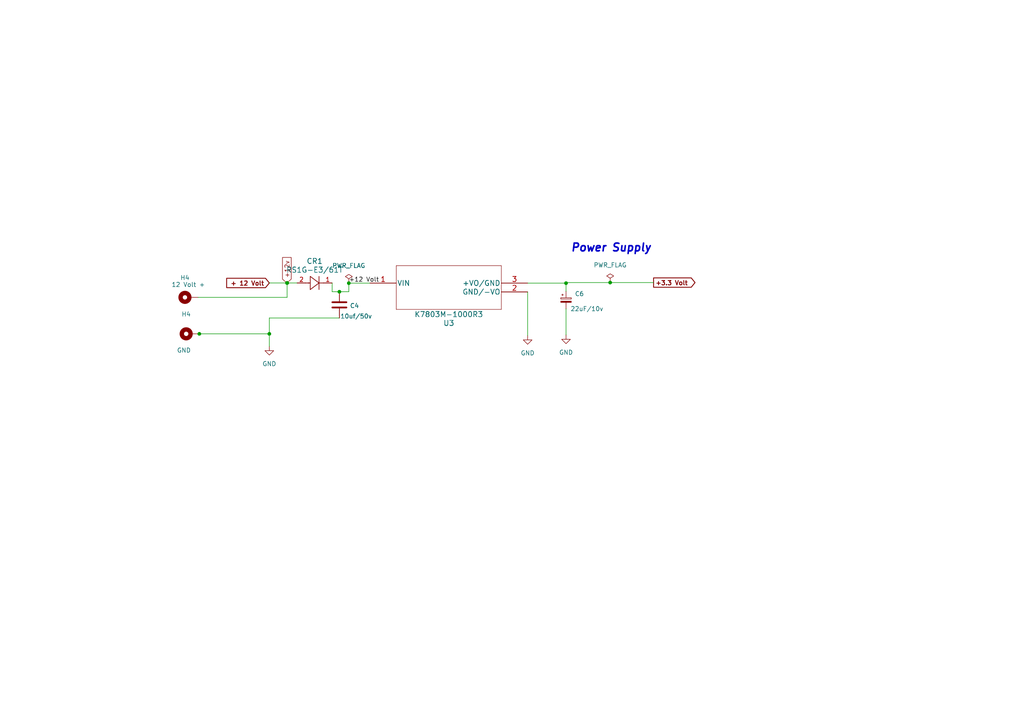
<source format=kicad_sch>
(kicad_sch (version 20230121) (generator eeschema)
  (paper "A4")
  (lib_symbols
    (symbol "Device:C" (pin_numbers hide) (pin_names (offset 0.254))
      (property "Reference" "C" (at 0.635 2.54 0))
      (property "Value" "C" (at 0.635 -2.54 0))
      (symbol "C_0_1"
        (polyline (pts (xy -2.032 -0.762) (xy 2.032 -0.762)) (stroke (width 0.508)))
        (polyline (pts (xy -2.032 0.762) (xy 2.032 0.762)) (stroke (width 0.508)))
      )
      (symbol "C_1_1"
        (pin passive line (at 0 3.81 270) (length 2.794) (name "~") (number "1"))
        (pin passive line (at 0 -3.81 90) (length 2.794) (name "~") (number "2"))
      )
    )
    (symbol "Device:C_Polarized_Small" (pin_numbers hide) (pin_names (offset 0.254) hide)
      (property "Reference" "C" (at 0.254 1.778 0))
      (property "Value" "C_Polarized_Small" (at 0.254 -2.032 0))
      (symbol "C_Polarized_Small_0_1"
        (rectangle (start -1.524 -0.3048) (end 1.524 -0.6858) (fill (type outline)))
        (rectangle (start -1.524 0.6858) (end 1.524 0.3048))
        (polyline (pts (xy -1.27 1.524) (xy -0.762 1.524)))
        (polyline (pts (xy -1.016 1.27) (xy -1.016 1.778)))
      )
      (symbol "C_Polarized_Small_1_1"
        (pin passive line (at 0 2.54 270) (length 1.8542) (name "~") (number "1"))
        (pin passive line (at 0 -2.54 90) (length 1.8542) (name "~") (number "2"))
      )
    )
    (symbol "K78xxM-100R3:K7803M-1000R3" (pin_names (offset 0.254))
      (property "Reference" "U" (at 22.86 10.16 0))
      (property "Value" "K7803M-1000R3" (at 22.86 7.62 0))
      (symbol "K7803M-1000R3_1_1"
        (polyline (pts (xy 7.62 -7.62) (xy 38.1 -7.62)) (stroke (width 0.127)))
        (polyline (pts (xy 7.62 5.08) (xy 7.62 -7.62)) (stroke (width 0.127)))
        (polyline (pts (xy 38.1 -7.62) (xy 38.1 5.08)) (stroke (width 0.127)))
        (polyline (pts (xy 38.1 5.08) (xy 7.62 5.08)) (stroke (width 0.127)))
        (pin power_in line (at 0 0 0) (length 7.62) (name "VIN") (number "1"))
        (pin power_in line (at 45.72 -2.54 180) (length 7.62) (name "GND/-VO") (number "2"))
        (pin power_in line (at 45.72 0 180) (length 7.62) (name "+VO/GND") (number "3"))
      )
    )
    (symbol "Mechanical:MountingHole_Pad" (pin_numbers hide) (pin_names (offset 1.016) hide)
      (property "Reference" "H" (at 0 6.35 0))
      (property "Value" "MountingHole_Pad" (at 0 4.445 0))
      (symbol "MountingHole_Pad_0_1"
        (circle (center 0 1.27) (radius 1.27) (stroke (width 1.27)))
      )
      (symbol "MountingHole_Pad_1_1"
        (pin input line (at 0 -2.54 90) (length 2.54) (name "1") (number "1"))
      )
    )
    (symbol "RS1G-E3-61T:RS1G-E3_61T" (pin_names (offset 0.254))
      (property "Reference" "CR" (at 5.08 4.445 0))
      (property "Value" "RS1G-E3/61T" (at 5.08 -3.81 0))
      (symbol "RS1G-E3_61T_1_1"
        (polyline (pts (xy 2.54 0) (xy 3.4798 0)) (stroke (width 0.2032)))
        (polyline (pts (xy 3.175 0) (xy 3.81 0)) (stroke (width 0.2032)))
        (polyline (pts (xy 3.81 -1.905) (xy 6.35 0)) (stroke (width 0.2032)))
        (polyline (pts (xy 3.81 1.905) (xy 3.81 -1.905)) (stroke (width 0.2032)))
        (polyline (pts (xy 6.35 -1.905) (xy 6.35 1.905)) (stroke (width 0.2032)))
        (polyline (pts (xy 6.35 0) (xy 3.81 1.905)) (stroke (width 0.2032)))
        (polyline (pts (xy 6.35 0) (xy 7.62 0)) (stroke (width 0.2032)))
        (pin unspecified line (at 10.16 0 180) (length 2.54) (name "") (number "1"))
        (pin unspecified line (at 0 0 0) (length 2.54) (name "") (number "2"))
      )
      (symbol "RS1G-E3_61T_1_2"
        (polyline (pts (xy -1.905 3.81) (xy 1.905 3.81)) (stroke (width 0.2032)))
        (polyline (pts (xy 0 2.54) (xy 0 3.4798)) (stroke (width 0.2032)))
        (polyline (pts (xy 0 3.175) (xy 0 3.81)) (stroke (width 0.2032)))
        (polyline (pts (xy 0 6.35) (xy -1.905 3.81)) (stroke (width 0.2032)))
        (polyline (pts (xy 0 6.35) (xy 0 7.62)) (stroke (width 0.2032)))
        (polyline (pts (xy 1.905 3.81) (xy 0 6.35)) (stroke (width 0.2032)))
        (polyline (pts (xy 1.905 6.35) (xy -1.905 6.35)) (stroke (width 0.2032)))
        (pin unspecified line (at 0 10.16 270) (length 2.54) (name "") (number "1"))
        (pin unspecified line (at 0 0 90) (length 2.54) (name "") (number "2"))
      )
    )
    (symbol "power:GND" (power) (pin_names (offset 0))
      (property "Value" "GND" (at 0 -3.81 0))
      (symbol "GND_0_1"
        (polyline (pts (xy 0 0) (xy 0 -1.27) (xy 1.27 -1.27) (xy 0 -2.54) (xy -1.27 -1.27) (xy 0 -1.27)))
      )
      (symbol "GND_1_1"
        (pin power_in line (at 0 0 270) (length 0) hide (name "GND") (number "1"))
      )
    )
    (symbol "power:PWR_FLAG" (power) (pin_numbers hide) (pin_names (offset 0) hide)
      (property "Value" "PWR_FLAG" (at 0 3.81 0))
      (symbol "PWR_FLAG_0_0"
        (pin power_out line (at 0 0 90) (length 0) (name "pwr") (number "1"))
      )
      (symbol "PWR_FLAG_0_1"
        (polyline (pts (xy 0 0) (xy 0 1.27) (xy -1.016 1.905) (xy 0 2.54) (xy 1.016 1.905) (xy 0 1.27)))
      )
    )
  )
  (junction (at 57.8117 96.8291))
  (junction (at 164.1717 82.1244))
  (junction (at 176.9765 81.9567))
  (junction (at 98.4368 84.6135))
  (junction (at 83.271 82.0735))
  (junction (at 101.1737 82.1244))
  (junction (at 83.271 82.0734))
  (junction (at 78.1168 96.8291))
  (wire (pts (xy 57.4553 86.2493) (xy 83.271 86.2493)))
  (wire (pts (xy 83.271 82.0734) (xy 83.271 82.0735)))
  (wire (pts (xy 98.4368 92.2335) (xy 78.1168 92.2335)))
  (wire (pts (xy 176.9765 81.9567) (xy 189.5717 81.9567)))
  (wire (pts (xy 57.8117 96.8291) (xy 78.1168 96.8291)))
  (wire (pts (xy 83.271 86.2493) (xy 83.271 82.0735)))
  (wire (pts (xy 96.3359 84.6135) (xy 98.4368 84.6135)))
  (wire (pts (xy 78.1168 82.0735) (xy 83.271 82.0735)))
  (wire (pts (xy 57.7711 96.8291) (xy 57.8117 96.8291)))
  (wire (pts (xy 153.0355 84.6644) (xy 153.0355 97.3135)))
  (wire (pts (xy 98.4368 84.6135) (xy 101.1737 84.6135)))
  (wire (pts (xy 164.1717 82.1244) (xy 164.1717 84.4967)))
  (wire (pts (xy 164.1717 81.9567) (xy 164.1717 82.1244)))
  (wire (pts (xy 101.1737 84.6135) (xy 101.1737 82.1244)))
  (wire (pts (xy 164.1717 81.9567) (xy 176.9765 81.9567)))
  (wire (pts (xy 86.1759 82.0734) (xy 83.271 82.0734)))
  (wire (pts (xy 78.1168 96.8291) (xy 78.1168 100.4417)))
  (wire (pts (xy 153.0355 82.1244) (xy 164.1717 82.1244)))
  (wire (pts (xy 164.1717 89.5767) (xy 164.1717 97.1389)))
  (wire (pts (xy 78.1168 92.2335) (xy 78.1168 96.8291)))
  (wire (pts (xy 78.1168 100.4417) (xy 78.1157 100.4417)))
  (wire (pts (xy 107.3155 82.1244) (xy 101.1737 82.1244)))
  (wire (pts (xy 96.3359 82.0734) (xy 96.3359 84.6135)))
  (text "Power Supply\n" (at 165.4417 73.3207 0) (effects (font (size 2.27 2.27) (thickness 0.454) bold italic) (justify left bottom)))
  (label "+12 Volt" (at 101.1737 82.1244 0))
  (global_label "+3.3 Volt" (shape output) (at 189.5717 81.9567 0) (effects (font bold)) (property "Intersheetrefs" "${INTERSHEET_REFS}" (effects hide)))
  (global_label "+ 12 Volt" (shape input) (at 78.1168 82.0735 180) (effects (font bold)) (property "Intersheetrefs" "${INTERSHEET_REFS}" (effects hide)))
  (global_label "+12v" (shape input) (at 83.1968 82.0735 90) (property "Intersheetrefs" "${INTERSHEET_REFS}" (effects hide)))
  (symbol (lib_id "power:GND") (at 153.0355 97.3135 0) (unit 1)
    (property "Reference" "#PWR03" (effects hide))
    (property "Value" "GND" (at 153.0355 102.3935 0))
  )
  (symbol (lib_id "Mechanical:MountingHole_Pad") (at 55.2717 96.8291 90) (unit 1)
    (property "Reference" "H4" (at 54.0017 91.1344 90))
    (property "Value" "GND" (at 53.34 101.6 90))
    (property "Footprint" "MountingHole:MountingHole_2.7mm_M2.5_DIN965_Pad_TopBottom" (effects hide))
    (instances (project "Adapter" (path "" (reference "H4") (unit 1)) (path "" (reference "H2") (unit 1))))
  )
  (symbol (lib_id "power:PWR_FLAG") (at 176.9765 81.9567 0) (unit 1)
    (property "Reference" "#FLG0103" (effects hide))
    (property "Value" "PWR_FLAG" (at 176.9765 76.8767 0))
  )
  (symbol (lib_id "Device:C") (at 98.4368 88.4235 0) (unit 1)
    (property "Reference" "C4" (at 101.4848 88.6775 0) (effects (justify left)))
    (property "Value" "10uf{slash}50v" (at 98.6908 91.7255 0) (effects (justify left)))
    (property "Footprint" "Capacitor_SMD:C_0805_2012Metric_Pad1.18x1.45mm_HandSolder" (effects hide))
  )
  (symbol (lib_id "power:GND") (at 164.1717 97.1389 0) (unit 1)
    (property "Reference" "#PWR04" (effects hide))
    (property "Value" "GND" (at 164.1717 102.2189 0))
  )
  (symbol (lib_id "power:PWR_FLAG") (at 101.1737 82.1244 0) (unit 1)
    (property "Reference" "#FLG01" (effects hide))
    (property "Value" "PWR_FLAG" (at 101.1737 77.0444 0))
  )
  (symbol (lib_id "Mechanical:MountingHole_Pad") (at 54.9153 86.2493 90) (unit 1)
    (property "Reference" "H4" (at 53.6453 80.5546 90))
    (property "Value" "12 Volt +" (at 54.61 82.55 90))
    (property "Footprint" "MountingHole:MountingHole_2.7mm_M2.5_DIN965_Pad_TopBottom" (effects hide))
    (instances (project "Adapter" (path "" (reference "H4") (unit 1)) (path "" (reference "H1") (unit 1))))
  )
  (symbol (lib_id "power:GND") (at 78.1157 100.4417 0) (unit 1)
    (property "Reference" "#PWR02" (effects hide))
    (property "Value" "GND" (at 78.1157 105.5217 0))
  )
  (symbol (lib_id "RS1G-E3-61T:RS1G-E3_61T") (at 86.1759 82.0734 0) (unit 1)
    (property "Reference" "CR1" (at 91.2559 75.7385 0) (effects (font (size 1.524 1.524))))
    (property "Value" "RS1G-E3/61T" (at 91.2559 78.2785 0) (effects (font (size 1.524 1.524))))
    (property "Footprint" "RS1G-E3-61T:DIODE_DO214AC" (effects hide))
    (property "Datasheet" "RS1G-E3/61T" (effects hide))
  )
  (symbol (lib_id "K78xxM-100R3:K7803M-1000R3") (at 107.3155 82.1244 0) (unit 1)
    (property "Reference" "U3" (at 130.1755 93.7199 0) (effects (font (size 1.524 1.524))))
    (property "Value" "K7803M-1000R3" (at 130.1755 91.1799 0) (effects (font (size 1.524 1.524))))
    (property "Footprint" "K78xx03:K7803M-1000R3" (effects hide))
  )
  (symbol (lib_id "Device:C_Polarized_Small") (at 164.1717 87.0367 0) (unit 1)
    (property "Reference" "C6" (at 166.7117 85.2205 0) (effects (justify left)))
    (property "Value" "22uF{slash}10v" (at 165.4417 89.5767 0) (effects (justify left)))
    (property "Footprint" "Capacitor_SMD:C_1206_3216Metric_Pad1.33x1.80mm_HandSolder" (effects hide))
  )
)
</source>
